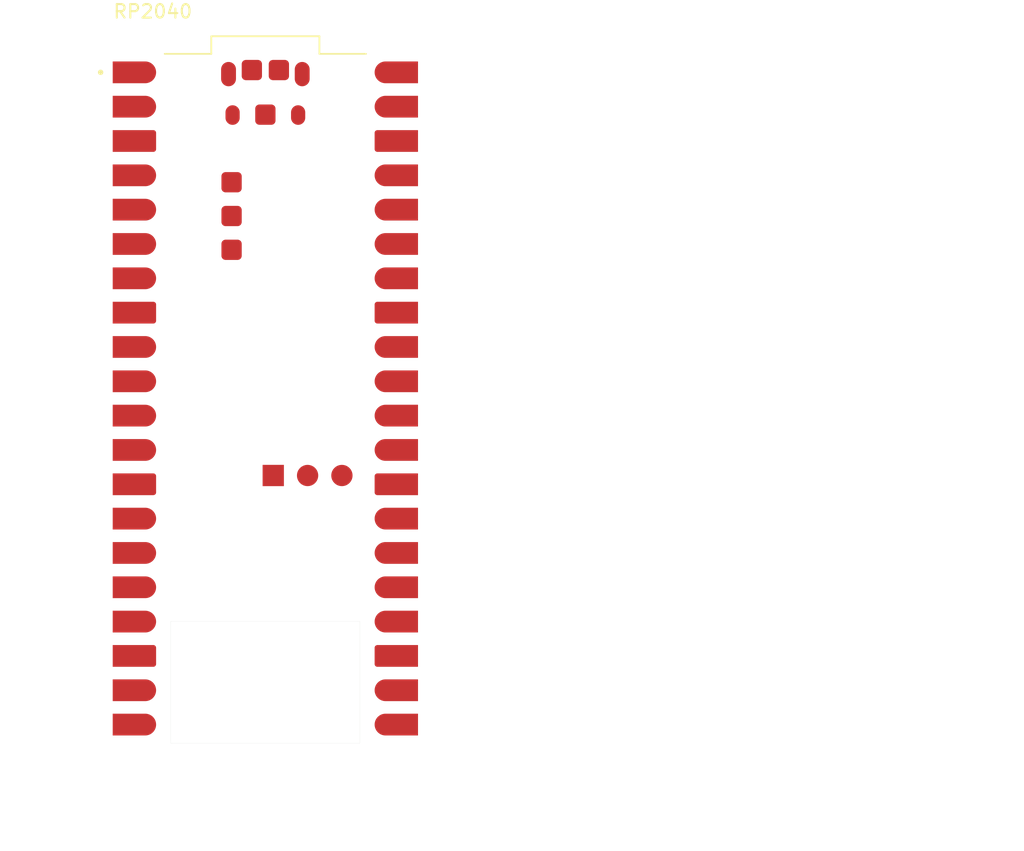
<source format=kicad_pcb>
(kicad_pcb (version 20211014) (generator pcbnew)
  (layers (0 "F.Cu" signal) (31 "B.Cu" signal) (34 "B.Paste" user) (35 "F.Paste" user) (36 "B.SilkS" user "B.Silkscreen") (37 "F.SilkS" user "F.Silkscreen") (38 "B.Mask" user) (39 "F.Mask" user) (44 "Edge.Cuts" user))
  (net 0 "")
  (net 3 "Net-(RP2040-Pad13)")
  (net 41 "Net-(RP2040-PadA)")
  (footprint "RaspberryPicoW:MODULE_RASPBERRY_PI_PICO_W" (layer "F.Cu") (at 130.36 69.86)
    (fp_text reference "RP2040" (at -8.325 -28.635) (layer "F.SilkS"))
    (fp_text value "RASPBERRY_PI_PICO_W")
    (fp_line (start 7 16.5) (end 7 25.5) (layer "Edge.Cuts") (width 0.01))
    (fp_line (start -7 25.5) (end -7 16.5) (layer "Edge.Cuts") (width 0.01))
    (fp_line (start -7 16.5) (end 7 16.5) (layer "Edge.Cuts") (width 0.01))
    (fp_line (start 7 25.5) (end -7 25.5) (layer "Edge.Cuts") (width 0.01))
    (pad "1" smd custom locked (at -9.69 -24.13) (size 1 1) (layers "F.Cu") (options (clearance outline) (anchor rect)) (primitives (gr_poly (pts (xy -1.6 0.8) (xy -1.6 -0.8) (xy 0.8 -0.8) (xy 0.842 -0.799) (xy 0.884 -0.796) (xy 0.925 -0.79) (xy 0.966 -0.783) (xy 1.007 -0.773) (xy 1.047 -0.761) (xy 1.087 -0.747) (xy 1.125 -0.731) (xy 1.163 -0.713) (xy 1.2 -0.693) (xy 1.236 -0.671) (xy 1.27 -0.647) (xy 1.303 -0.622) (xy 1.335 -0.595) (xy 1.366 -0.566) (xy 1.395 -0.535) (xy 1.422 -0.503) (xy 1.447 -0.47) (xy 1.471 -0.436) (xy 1.493 -0.4) (xy 1.513 -0.363) (xy 1.531 -0.325) (xy 1.547 -0.287) (xy 1.561 -0.247) (xy 1.573 -0.207) (xy 1.583 -0.166) (xy 1.59 -0.125) (xy 1.596 -0.084) (xy 1.599 -0.042) (xy 1.6 0) (xy 1.599 0.042) (xy 1.596 0.084) (xy 1.59 0.125) (xy 1.583 0.166) (xy 1.573 0.207) (xy 1.561 0.247) (xy 1.547 0.287) (xy 1.531 0.325) (xy 1.513 0.363) (xy 1.493 0.4) (xy 1.471 0.436) (xy 1.447 0.47) (xy 1.422 0.503) (xy 1.395 0.535) (xy 1.366 0.566) (xy 1.335 0.595) (xy 1.303 0.622) (xy 1.27 0.647) (xy 1.236 0.671) (xy 1.2 0.693) (xy 1.163 0.713) (xy 1.125 0.731) (xy 1.087 0.747) (xy 1.047 0.761) (xy 1.007 0.773) (xy 0.966 0.783) (xy 0.925 0.79) (xy 0.884 0.796) (xy 0.842 0.799) (xy 0.8 0.8) (xy -1.6 0.8)) (width 0.01) (fill yes))))
    (pad "2" smd custom locked (at -9.69 -21.59) (size 1 1) (layers "F.Cu") (options (clearance outline) (anchor rect)) (primitives (gr_poly (pts (xy -1.6 0.8) (xy -1.6 -0.8) (xy 0.8 -0.8) (xy 0.842 -0.799) (xy 0.884 -0.796) (xy 0.925 -0.79) (xy 0.966 -0.783) (xy 1.007 -0.773) (xy 1.047 -0.761) (xy 1.087 -0.747) (xy 1.125 -0.731) (xy 1.163 -0.713) (xy 1.2 -0.693) (xy 1.236 -0.671) (xy 1.27 -0.647) (xy 1.303 -0.622) (xy 1.335 -0.595) (xy 1.366 -0.566) (xy 1.395 -0.535) (xy 1.422 -0.503) (xy 1.447 -0.47) (xy 1.471 -0.436) (xy 1.493 -0.4) (xy 1.513 -0.363) (xy 1.531 -0.325) (xy 1.547 -0.287) (xy 1.561 -0.247) (xy 1.573 -0.207) (xy 1.583 -0.166) (xy 1.59 -0.125) (xy 1.596 -0.084) (xy 1.599 -0.042) (xy 1.6 0) (xy 1.599 0.042) (xy 1.596 0.084) (xy 1.59 0.125) (xy 1.583 0.166) (xy 1.573 0.207) (xy 1.561 0.247) (xy 1.547 0.287) (xy 1.531 0.325) (xy 1.513 0.363) (xy 1.493 0.4) (xy 1.471 0.436) (xy 1.447 0.47) (xy 1.422 0.503) (xy 1.395 0.535) (xy 1.366 0.566) (xy 1.335 0.595) (xy 1.303 0.622) (xy 1.27 0.647) (xy 1.236 0.671) (xy 1.2 0.693) (xy 1.163 0.713) (xy 1.125 0.731) (xy 1.087 0.747) (xy 1.047 0.761) (xy 1.007 0.773) (xy 0.966 0.783) (xy 0.925 0.79) (xy 0.884 0.796) (xy 0.842 0.799) (xy 0.8 0.8) (xy -1.6 0.8)) (width 0.01) (fill yes))))
    (pad "3" smd custom locked (at -9.69 -19.05) (size 1 1) (layers "F.Cu") (net 3 "Net-(RP2040-Pad13)") (options (clearance outline) (anchor rect)) (primitives (gr_poly (pts (xy -1.6 0.8) (xy -1.6 -0.8) (xy 1.4 -0.8) (xy 1.41 -0.8) (xy 1.421 -0.799) (xy 1.431 -0.798) (xy 1.442 -0.796) (xy 1.452 -0.793) (xy 1.462 -0.79) (xy 1.472 -0.787) (xy 1.481 -0.783) (xy 1.491 -0.778) (xy 1.5 -0.773) (xy 1.509 -0.768) (xy 1.518 -0.762) (xy 1.526 -0.755) (xy 1.534 -0.749) (xy 1.541 -0.741) (xy 1.549 -0.734) (xy 1.555 -0.726) (xy 1.562 -0.718) (xy 1.568 -0.709) (xy 1.573 -0.7) (xy 1.578 -0.691) (xy 1.583 -0.681) (xy 1.587 -0.672) (xy 1.59 -0.662) (xy 1.593 -0.652) (xy 1.596 -0.642) (xy 1.598 -0.631) (xy 1.599 -0.621) (xy 1.6 -0.61) (xy 1.6 -0.6) (xy 1.6 0.6) (xy 1.6 0.61) (xy 1.599 0.621) (xy 1.598 0.631) (xy 1.596 0.642) (xy 1.593 0.652) (xy 1.59 0.662) (xy 1.587 0.672) (xy 1.583 0.681) (xy 1.578 0.691) (xy 1.573 0.7) (xy 1.568 0.709) (xy 1.562 0.718) (xy 1.555 0.726) (xy 1.549 0.734) (xy 1.541 0.741) (xy 1.534 0.749) (xy 1.526 0.755) (xy 1.518 0.762) (xy 1.509 0.768) (xy 1.5 0.773) (xy 1.491 0.778) (xy 1.481 0.783) (xy 1.472 0.787) (xy 1.462 0.79) (xy 1.452 0.793) (xy 1.442 0.796) (xy 1.431 0.798) (xy 1.421 0.799) (xy 1.41 0.8) (xy 1.4 0.8) (xy -1.6 0.8)) (width 0.01) (fill yes))))
    (pad "4" smd custom locked (at -9.69 -16.51) (size 1 1) (layers "F.Cu") (options (clearance outline) (anchor rect)) (primitives (gr_poly (pts (xy -1.6 0.8) (xy -1.6 -0.8) (xy 0.8 -0.8) (xy 0.842 -0.799) (xy 0.884 -0.796) (xy 0.925 -0.79) (xy 0.966 -0.783) (xy 1.007 -0.773) (xy 1.047 -0.761) (xy 1.087 -0.747) (xy 1.125 -0.731) (xy 1.163 -0.713) (xy 1.2 -0.693) (xy 1.236 -0.671) (xy 1.27 -0.647) (xy 1.303 -0.622) (xy 1.335 -0.595) (xy 1.366 -0.566) (xy 1.395 -0.535) (xy 1.422 -0.503) (xy 1.447 -0.47) (xy 1.471 -0.436) (xy 1.493 -0.4) (xy 1.513 -0.363) (xy 1.531 -0.325) (xy 1.547 -0.287) (xy 1.561 -0.247) (xy 1.573 -0.207) (xy 1.583 -0.166) (xy 1.59 -0.125) (xy 1.596 -0.084) (xy 1.599 -0.042) (xy 1.6 0) (xy 1.599 0.042) (xy 1.596 0.084) (xy 1.59 0.125) (xy 1.583 0.166) (xy 1.573 0.207) (xy 1.561 0.247) (xy 1.547 0.287) (xy 1.531 0.325) (xy 1.513 0.363) (xy 1.493 0.4) (xy 1.471 0.436) (xy 1.447 0.47) (xy 1.422 0.503) (xy 1.395 0.535) (xy 1.366 0.566) (xy 1.335 0.595) (xy 1.303 0.622) (xy 1.27 0.647) (xy 1.236 0.671) (xy 1.2 0.693) (xy 1.163 0.713) (xy 1.125 0.731) (xy 1.087 0.747) (xy 1.047 0.761) (xy 1.007 0.773) (xy 0.966 0.783) (xy 0.925 0.79) (xy 0.884 0.796) (xy 0.842 0.799) (xy 0.8 0.8) (xy -1.6 0.8)) (width 0.01) (fill yes))))
    (pad "5" smd custom locked (at -9.69 -13.97) (size 1 1) (layers "F.Cu") (options (clearance outline) (anchor rect)) (primitives (gr_poly (pts (xy -1.6 0.8) (xy -1.6 -0.8) (xy 0.8 -0.8) (xy 0.842 -0.799) (xy 0.884 -0.796) (xy 0.925 -0.79) (xy 0.966 -0.783) (xy 1.007 -0.773) (xy 1.047 -0.761) (xy 1.087 -0.747) (xy 1.125 -0.731) (xy 1.163 -0.713) (xy 1.2 -0.693) (xy 1.236 -0.671) (xy 1.27 -0.647) (xy 1.303 -0.622) (xy 1.335 -0.595) (xy 1.366 -0.566) (xy 1.395 -0.535) (xy 1.422 -0.503) (xy 1.447 -0.47) (xy 1.471 -0.436) (xy 1.493 -0.4) (xy 1.513 -0.363) (xy 1.531 -0.325) (xy 1.547 -0.287) (xy 1.561 -0.247) (xy 1.573 -0.207) (xy 1.583 -0.166) (xy 1.59 -0.125) (xy 1.596 -0.084) (xy 1.599 -0.042) (xy 1.6 0) (xy 1.599 0.042) (xy 1.596 0.084) (xy 1.59 0.125) (xy 1.583 0.166) (xy 1.573 0.207) (xy 1.561 0.247) (xy 1.547 0.287) (xy 1.531 0.325) (xy 1.513 0.363) (xy 1.493 0.4) (xy 1.471 0.436) (xy 1.447 0.47) (xy 1.422 0.503) (xy 1.395 0.535) (xy 1.366 0.566) (xy 1.335 0.595) (xy 1.303 0.622) (xy 1.27 0.647) (xy 1.236 0.671) (xy 1.2 0.693) (xy 1.163 0.713) (xy 1.125 0.731) (xy 1.087 0.747) (xy 1.047 0.761) (xy 1.007 0.773) (xy 0.966 0.783) (xy 0.925 0.79) (xy 0.884 0.796) (xy 0.842 0.799) (xy 0.8 0.8) (xy -1.6 0.8)) (width 0.01) (fill yes))))
    (pad "6" smd custom locked (at -9.69 -11.43) (size 1 1) (layers "F.Cu") (options (clearance outline) (anchor rect)) (primitives (gr_poly (pts (xy -1.6 0.8) (xy -1.6 -0.8) (xy 0.8 -0.8) (xy 0.842 -0.799) (xy 0.884 -0.796) (xy 0.925 -0.79) (xy 0.966 -0.783) (xy 1.007 -0.773) (xy 1.047 -0.761) (xy 1.087 -0.747) (xy 1.125 -0.731) (xy 1.163 -0.713) (xy 1.2 -0.693) (xy 1.236 -0.671) (xy 1.27 -0.647) (xy 1.303 -0.622) (xy 1.335 -0.595) (xy 1.366 -0.566) (xy 1.395 -0.535) (xy 1.422 -0.503) (xy 1.447 -0.47) (xy 1.471 -0.436) (xy 1.493 -0.4) (xy 1.513 -0.363) (xy 1.531 -0.325) (xy 1.547 -0.287) (xy 1.561 -0.247) (xy 1.573 -0.207) (xy 1.583 -0.166) (xy 1.59 -0.125) (xy 1.596 -0.084) (xy 1.599 -0.042) (xy 1.6 0) (xy 1.599 0.042) (xy 1.596 0.084) (xy 1.59 0.125) (xy 1.583 0.166) (xy 1.573 0.207) (xy 1.561 0.247) (xy 1.547 0.287) (xy 1.531 0.325) (xy 1.513 0.363) (xy 1.493 0.4) (xy 1.471 0.436) (xy 1.447 0.47) (xy 1.422 0.503) (xy 1.395 0.535) (xy 1.366 0.566) (xy 1.335 0.595) (xy 1.303 0.622) (xy 1.27 0.647) (xy 1.236 0.671) (xy 1.2 0.693) (xy 1.163 0.713) (xy 1.125 0.731) (xy 1.087 0.747) (xy 1.047 0.761) (xy 1.007 0.773) (xy 0.966 0.783) (xy 0.925 0.79) (xy 0.884 0.796) (xy 0.842 0.799) (xy 0.8 0.8) (xy -1.6 0.8)) (width 0.01) (fill yes))))
    (pad "7" smd custom locked (at -9.69 -8.89) (size 1 1) (layers "F.Cu") (options (clearance outline) (anchor rect)) (primitives (gr_poly (pts (xy -1.6 0.8) (xy -1.6 -0.8) (xy 0.8 -0.8) (xy 0.842 -0.799) (xy 0.884 -0.796) (xy 0.925 -0.79) (xy 0.966 -0.783) (xy 1.007 -0.773) (xy 1.047 -0.761) (xy 1.087 -0.747) (xy 1.125 -0.731) (xy 1.163 -0.713) (xy 1.2 -0.693) (xy 1.236 -0.671) (xy 1.27 -0.647) (xy 1.303 -0.622) (xy 1.335 -0.595) (xy 1.366 -0.566) (xy 1.395 -0.535) (xy 1.422 -0.503) (xy 1.447 -0.47) (xy 1.471 -0.436) (xy 1.493 -0.4) (xy 1.513 -0.363) (xy 1.531 -0.325) (xy 1.547 -0.287) (xy 1.561 -0.247) (xy 1.573 -0.207) (xy 1.583 -0.166) (xy 1.59 -0.125) (xy 1.596 -0.084) (xy 1.599 -0.042) (xy 1.6 0) (xy 1.599 0.042) (xy 1.596 0.084) (xy 1.59 0.125) (xy 1.583 0.166) (xy 1.573 0.207) (xy 1.561 0.247) (xy 1.547 0.287) (xy 1.531 0.325) (xy 1.513 0.363) (xy 1.493 0.4) (xy 1.471 0.436) (xy 1.447 0.47) (xy 1.422 0.503) (xy 1.395 0.535) (xy 1.366 0.566) (xy 1.335 0.595) (xy 1.303 0.622) (xy 1.27 0.647) (xy 1.236 0.671) (xy 1.2 0.693) (xy 1.163 0.713) (xy 1.125 0.731) (xy 1.087 0.747) (xy 1.047 0.761) (xy 1.007 0.773) (xy 0.966 0.783) (xy 0.925 0.79) (xy 0.884 0.796) (xy 0.842 0.799) (xy 0.8 0.8) (xy -1.6 0.8)) (width 0.01) (fill yes))))
    (pad "8" smd custom locked (at -9.69 -6.35) (size 1 1) (layers "F.Cu") (net 3 "Net-(RP2040-Pad13)") (options (clearance outline) (anchor rect)) (primitives (gr_poly (pts (xy -1.6 0.8) (xy -1.6 -0.8) (xy 1.4 -0.8) (xy 1.41 -0.8) (xy 1.421 -0.799) (xy 1.431 -0.798) (xy 1.442 -0.796) (xy 1.452 -0.793) (xy 1.462 -0.79) (xy 1.472 -0.787) (xy 1.481 -0.783) (xy 1.491 -0.778) (xy 1.5 -0.773) (xy 1.509 -0.768) (xy 1.518 -0.762) (xy 1.526 -0.755) (xy 1.534 -0.749) (xy 1.541 -0.741) (xy 1.549 -0.734) (xy 1.555 -0.726) (xy 1.562 -0.718) (xy 1.568 -0.709) (xy 1.573 -0.7) (xy 1.578 -0.691) (xy 1.583 -0.681) (xy 1.587 -0.672) (xy 1.59 -0.662) (xy 1.593 -0.652) (xy 1.596 -0.642) (xy 1.598 -0.631) (xy 1.599 -0.621) (xy 1.6 -0.61) (xy 1.6 -0.6) (xy 1.6 0.6) (xy 1.6 0.61) (xy 1.599 0.621) (xy 1.598 0.631) (xy 1.596 0.642) (xy 1.593 0.652) (xy 1.59 0.662) (xy 1.587 0.672) (xy 1.583 0.681) (xy 1.578 0.691) (xy 1.573 0.7) (xy 1.568 0.709) (xy 1.562 0.718) (xy 1.555 0.726) (xy 1.549 0.734) (xy 1.541 0.741) (xy 1.534 0.749) (xy 1.526 0.755) (xy 1.518 0.762) (xy 1.509 0.768) (xy 1.5 0.773) (xy 1.491 0.778) (xy 1.481 0.783) (xy 1.472 0.787) (xy 1.462 0.79) (xy 1.452 0.793) (xy 1.442 0.796) (xy 1.431 0.798) (xy 1.421 0.799) (xy 1.41 0.8) (xy 1.4 0.8) (xy -1.6 0.8)) (width 0.01) (fill yes))))
    (pad "9" smd custom locked (at -9.69 -3.81) (size 1 1) (layers "F.Cu") (options (clearance outline) (anchor rect)) (primitives (gr_poly (pts (xy -1.6 0.8) (xy -1.6 -0.8) (xy 0.8 -0.8) (xy 0.842 -0.799) (xy 0.884 -0.796) (xy 0.925 -0.79) (xy 0.966 -0.783) (xy 1.007 -0.773) (xy 1.047 -0.761) (xy 1.087 -0.747) (xy 1.125 -0.731) (xy 1.163 -0.713) (xy 1.2 -0.693) (xy 1.236 -0.671) (xy 1.27 -0.647) (xy 1.303 -0.622) (xy 1.335 -0.595) (xy 1.366 -0.566) (xy 1.395 -0.535) (xy 1.422 -0.503) (xy 1.447 -0.47) (xy 1.471 -0.436) (xy 1.493 -0.4) (xy 1.513 -0.363) (xy 1.531 -0.325) (xy 1.547 -0.287) (xy 1.561 -0.247) (xy 1.573 -0.207) (xy 1.583 -0.166) (xy 1.59 -0.125) (xy 1.596 -0.084) (xy 1.599 -0.042) (xy 1.6 0) (xy 1.599 0.042) (xy 1.596 0.084) (xy 1.59 0.125) (xy 1.583 0.166) (xy 1.573 0.207) (xy 1.561 0.247) (xy 1.547 0.287) (xy 1.531 0.325) (xy 1.513 0.363) (xy 1.493 0.4) (xy 1.471 0.436) (xy 1.447 0.47) (xy 1.422 0.503) (xy 1.395 0.535) (xy 1.366 0.566) (xy 1.335 0.595) (xy 1.303 0.622) (xy 1.27 0.647) (xy 1.236 0.671) (xy 1.2 0.693) (xy 1.163 0.713) (xy 1.125 0.731) (xy 1.087 0.747) (xy 1.047 0.761) (xy 1.007 0.773) (xy 0.966 0.783) (xy 0.925 0.79) (xy 0.884 0.796) (xy 0.842 0.799) (xy 0.8 0.8) (xy -1.6 0.8)) (width 0.01) (fill yes))))
    (pad "10" smd custom locked (at -9.69 -1.27) (size 1 1) (layers "F.Cu") (options (clearance outline) (anchor rect)) (primitives (gr_poly (pts (xy -1.6 0.8) (xy -1.6 -0.8) (xy 0.8 -0.8) (xy 0.842 -0.799) (xy 0.884 -0.796) (xy 0.925 -0.79) (xy 0.966 -0.783) (xy 1.007 -0.773) (xy 1.047 -0.761) (xy 1.087 -0.747) (xy 1.125 -0.731) (xy 1.163 -0.713) (xy 1.2 -0.693) (xy 1.236 -0.671) (xy 1.27 -0.647) (xy 1.303 -0.622) (xy 1.335 -0.595) (xy 1.366 -0.566) (xy 1.395 -0.535) (xy 1.422 -0.503) (xy 1.447 -0.47) (xy 1.471 -0.436) (xy 1.493 -0.4) (xy 1.513 -0.363) (xy 1.531 -0.325) (xy 1.547 -0.287) (xy 1.561 -0.247) (xy 1.573 -0.207) (xy 1.583 -0.166) (xy 1.59 -0.125) (xy 1.596 -0.084) (xy 1.599 -0.042) (xy 1.6 0) (xy 1.599 0.042) (xy 1.596 0.084) (xy 1.59 0.125) (xy 1.583 0.166) (xy 1.573 0.207) (xy 1.561 0.247) (xy 1.547 0.287) (xy 1.531 0.325) (xy 1.513 0.363) (xy 1.493 0.4) (xy 1.471 0.436) (xy 1.447 0.47) (xy 1.422 0.503) (xy 1.395 0.535) (xy 1.366 0.566) (xy 1.335 0.595) (xy 1.303 0.622) (xy 1.27 0.647) (xy 1.236 0.671) (xy 1.2 0.693) (xy 1.163 0.713) (xy 1.125 0.731) (xy 1.087 0.747) (xy 1.047 0.761) (xy 1.007 0.773) (xy 0.966 0.783) (xy 0.925 0.79) (xy 0.884 0.796) (xy 0.842 0.799) (xy 0.8 0.8) (xy -1.6 0.8)) (width 0.01) (fill yes))))
    (pad "11" smd custom locked (at -9.69 1.27) (size 1 1) (layers "F.Cu") (options (clearance outline) (anchor rect)) (primitives (gr_poly (pts (xy -1.6 0.8) (xy -1.6 -0.8) (xy 0.8 -0.8) (xy 0.842 -0.799) (xy 0.884 -0.796) (xy 0.925 -0.79) (xy 0.966 -0.783) (xy 1.007 -0.773) (xy 1.047 -0.761) (xy 1.087 -0.747) (xy 1.125 -0.731) (xy 1.163 -0.713) (xy 1.2 -0.693) (xy 1.236 -0.671) (xy 1.27 -0.647) (xy 1.303 -0.622) (xy 1.335 -0.595) (xy 1.366 -0.566) (xy 1.395 -0.535) (xy 1.422 -0.503) (xy 1.447 -0.47) (xy 1.471 -0.436) (xy 1.493 -0.4) (xy 1.513 -0.363) (xy 1.531 -0.325) (xy 1.547 -0.287) (xy 1.561 -0.247) (xy 1.573 -0.207) (xy 1.583 -0.166) (xy 1.59 -0.125) (xy 1.596 -0.084) (xy 1.599 -0.042) (xy 1.6 0) (xy 1.599 0.042) (xy 1.596 0.084) (xy 1.59 0.125) (xy 1.583 0.166) (xy 1.573 0.207) (xy 1.561 0.247) (xy 1.547 0.287) (xy 1.531 0.325) (xy 1.513 0.363) (xy 1.493 0.4) (xy 1.471 0.436) (xy 1.447 0.47) (xy 1.422 0.503) (xy 1.395 0.535) (xy 1.366 0.566) (xy 1.335 0.595) (xy 1.303 0.622) (xy 1.27 0.647) (xy 1.236 0.671) (xy 1.2 0.693) (xy 1.163 0.713) (xy 1.125 0.731) (xy 1.087 0.747) (xy 1.047 0.761) (xy 1.007 0.773) (xy 0.966 0.783) (xy 0.925 0.79) (xy 0.884 0.796) (xy 0.842 0.799) (xy 0.8 0.8) (xy -1.6 0.8)) (width 0.01) (fill yes))))
    (pad "12" smd custom locked (at -9.69 3.81) (size 1 1) (layers "F.Cu") (options (clearance outline) (anchor rect)) (primitives (gr_poly (pts (xy -1.6 0.8) (xy -1.6 -0.8) (xy 0.8 -0.8) (xy 0.842 -0.799) (xy 0.884 -0.796) (xy 0.925 -0.79) (xy 0.966 -0.783) (xy 1.007 -0.773) (xy 1.047 -0.761) (xy 1.087 -0.747) (xy 1.125 -0.731) (xy 1.163 -0.713) (xy 1.2 -0.693) (xy 1.236 -0.671) (xy 1.27 -0.647) (xy 1.303 -0.622) (xy 1.335 -0.595) (xy 1.366 -0.566) (xy 1.395 -0.535) (xy 1.422 -0.503) (xy 1.447 -0.47) (xy 1.471 -0.436) (xy 1.493 -0.4) (xy 1.513 -0.363) (xy 1.531 -0.325) (xy 1.547 -0.287) (xy 1.561 -0.247) (xy 1.573 -0.207) (xy 1.583 -0.166) (xy 1.59 -0.125) (xy 1.596 -0.084) (xy 1.599 -0.042) (xy 1.6 0) (xy 1.599 0.042) (xy 1.596 0.084) (xy 1.59 0.125) (xy 1.583 0.166) (xy 1.573 0.207) (xy 1.561 0.247) (xy 1.547 0.287) (xy 1.531 0.325) (xy 1.513 0.363) (xy 1.493 0.4) (xy 1.471 0.436) (xy 1.447 0.47) (xy 1.422 0.503) (xy 1.395 0.535) (xy 1.366 0.566) (xy 1.335 0.595) (xy 1.303 0.622) (xy 1.27 0.647) (xy 1.236 0.671) (xy 1.2 0.693) (xy 1.163 0.713) (xy 1.125 0.731) (xy 1.087 0.747) (xy 1.047 0.761) (xy 1.007 0.773) (xy 0.966 0.783) (xy 0.925 0.79) (xy 0.884 0.796) (xy 0.842 0.799) (xy 0.8 0.8) (xy -1.6 0.8)) (width 0.01) (fill yes))))
    (pad "13" smd custom locked (at -9.69 6.35) (size 1 1) (layers "F.Cu") (net 3 "Net-(RP2040-Pad13)") (options (clearance outline) (anchor rect)) (primitives (gr_poly (pts (xy -1.6 0.8) (xy -1.6 -0.8) (xy 1.4 -0.8) (xy 1.41 -0.8) (xy 1.421 -0.799) (xy 1.431 -0.798) (xy 1.442 -0.796) (xy 1.452 -0.793) (xy 1.462 -0.79) (xy 1.472 -0.787) (xy 1.481 -0.783) (xy 1.491 -0.778) (xy 1.5 -0.773) (xy 1.509 -0.768) (xy 1.518 -0.762) (xy 1.526 -0.755) (xy 1.534 -0.749) (xy 1.541 -0.741) (xy 1.549 -0.734) (xy 1.555 -0.726) (xy 1.562 -0.718) (xy 1.568 -0.709) (xy 1.573 -0.7) (xy 1.578 -0.691) (xy 1.583 -0.681) (xy 1.587 -0.672) (xy 1.59 -0.662) (xy 1.593 -0.652) (xy 1.596 -0.642) (xy 1.598 -0.631) (xy 1.599 -0.621) (xy 1.6 -0.61) (xy 1.6 -0.6) (xy 1.6 0.6) (xy 1.6 0.61) (xy 1.599 0.621) (xy 1.598 0.631) (xy 1.596 0.642) (xy 1.593 0.652) (xy 1.59 0.662) (xy 1.587 0.672) (xy 1.583 0.681) (xy 1.578 0.691) (xy 1.573 0.7) (xy 1.568 0.709) (xy 1.562 0.718) (xy 1.555 0.726) (xy 1.549 0.734) (xy 1.541 0.741) (xy 1.534 0.749) (xy 1.526 0.755) (xy 1.518 0.762) (xy 1.509 0.768) (xy 1.5 0.773) (xy 1.491 0.778) (xy 1.481 0.783) (xy 1.472 0.787) (xy 1.462 0.79) (xy 1.452 0.793) (xy 1.442 0.796) (xy 1.431 0.798) (xy 1.421 0.799) (xy 1.41 0.8) (xy 1.4 0.8) (xy -1.6 0.8)) (width 0.01) (fill yes))))
    (pad "14" smd custom locked (at -9.69 8.89) (size 1 1) (layers "F.Cu") (options (clearance outline) (anchor rect)) (primitives (gr_poly (pts (xy -1.6 0.8) (xy -1.6 -0.8) (xy 0.8 -0.8) (xy 0.842 -0.799) (xy 0.884 -0.796) (xy 0.925 -0.79) (xy 0.966 -0.783) (xy 1.007 -0.773) (xy 1.047 -0.761) (xy 1.087 -0.747) (xy 1.125 -0.731) (xy 1.163 -0.713) (xy 1.2 -0.693) (xy 1.236 -0.671) (xy 1.27 -0.647) (xy 1.303 -0.622) (xy 1.335 -0.595) (xy 1.366 -0.566) (xy 1.395 -0.535) (xy 1.422 -0.503) (xy 1.447 -0.47) (xy 1.471 -0.436) (xy 1.493 -0.4) (xy 1.513 -0.363) (xy 1.531 -0.325) (xy 1.547 -0.287) (xy 1.561 -0.247) (xy 1.573 -0.207) (xy 1.583 -0.166) (xy 1.59 -0.125) (xy 1.596 -0.084) (xy 1.599 -0.042) (xy 1.6 0) (xy 1.599 0.042) (xy 1.596 0.084) (xy 1.59 0.125) (xy 1.583 0.166) (xy 1.573 0.207) (xy 1.561 0.247) (xy 1.547 0.287) (xy 1.531 0.325) (xy 1.513 0.363) (xy 1.493 0.4) (xy 1.471 0.436) (xy 1.447 0.47) (xy 1.422 0.503) (xy 1.395 0.535) (xy 1.366 0.566) (xy 1.335 0.595) (xy 1.303 0.622) (xy 1.27 0.647) (xy 1.236 0.671) (xy 1.2 0.693) (xy 1.163 0.713) (xy 1.125 0.731) (xy 1.087 0.747) (xy 1.047 0.761) (xy 1.007 0.773) (xy 0.966 0.783) (xy 0.925 0.79) (xy 0.884 0.796) (xy 0.842 0.799) (xy 0.8 0.8) (xy -1.6 0.8)) (width 0.01) (fill yes))))
    (pad "15" smd custom locked (at -9.69 11.43) (size 1 1) (layers "F.Cu") (options (clearance outline) (anchor rect)) (primitives (gr_poly (pts (xy -1.6 0.8) (xy -1.6 -0.8) (xy 0.8 -0.8) (xy 0.842 -0.799) (xy 0.884 -0.796) (xy 0.925 -0.79) (xy 0.966 -0.783) (xy 1.007 -0.773) (xy 1.047 -0.761) (xy 1.087 -0.747) (xy 1.125 -0.731) (xy 1.163 -0.713) (xy 1.2 -0.693) (xy 1.236 -0.671) (xy 1.27 -0.647) (xy 1.303 -0.622) (xy 1.335 -0.595) (xy 1.366 -0.566) (xy 1.395 -0.535) (xy 1.422 -0.503) (xy 1.447 -0.47) (xy 1.471 -0.436) (xy 1.493 -0.4) (xy 1.513 -0.363) (xy 1.531 -0.325) (xy 1.547 -0.287) (xy 1.561 -0.247) (xy 1.573 -0.207) (xy 1.583 -0.166) (xy 1.59 -0.125) (xy 1.596 -0.084) (xy 1.599 -0.042) (xy 1.6 0) (xy 1.599 0.042) (xy 1.596 0.084) (xy 1.59 0.125) (xy 1.583 0.166) (xy 1.573 0.207) (xy 1.561 0.247) (xy 1.547 0.287) (xy 1.531 0.325) (xy 1.513 0.363) (xy 1.493 0.4) (xy 1.471 0.436) (xy 1.447 0.47) (xy 1.422 0.503) (xy 1.395 0.535) (xy 1.366 0.566) (xy 1.335 0.595) (xy 1.303 0.622) (xy 1.27 0.647) (xy 1.236 0.671) (xy 1.2 0.693) (xy 1.163 0.713) (xy 1.125 0.731) (xy 1.087 0.747) (xy 1.047 0.761) (xy 1.007 0.773) (xy 0.966 0.783) (xy 0.925 0.79) (xy 0.884 0.796) (xy 0.842 0.799) (xy 0.8 0.8) (xy -1.6 0.8)) (width 0.01) (fill yes))))
    (pad "16" smd custom locked (at -9.69 13.97) (size 1 1) (layers "F.Cu") (options (clearance outline) (anchor rect)) (primitives (gr_poly (pts (xy -1.6 0.8) (xy -1.6 -0.8) (xy 0.8 -0.8) (xy 0.842 -0.799) (xy 0.884 -0.796) (xy 0.925 -0.79) (xy 0.966 -0.783) (xy 1.007 -0.773) (xy 1.047 -0.761) (xy 1.087 -0.747) (xy 1.125 -0.731) (xy 1.163 -0.713) (xy 1.2 -0.693) (xy 1.236 -0.671) (xy 1.27 -0.647) (xy 1.303 -0.622) (xy 1.335 -0.595) (xy 1.366 -0.566) (xy 1.395 -0.535) (xy 1.422 -0.503) (xy 1.447 -0.47) (xy 1.471 -0.436) (xy 1.493 -0.4) (xy 1.513 -0.363) (xy 1.531 -0.325) (xy 1.547 -0.287) (xy 1.561 -0.247) (xy 1.573 -0.207) (xy 1.583 -0.166) (xy 1.59 -0.125) (xy 1.596 -0.084) (xy 1.599 -0.042) (xy 1.6 0) (xy 1.599 0.042) (xy 1.596 0.084) (xy 1.59 0.125) (xy 1.583 0.166) (xy 1.573 0.207) (xy 1.561 0.247) (xy 1.547 0.287) (xy 1.531 0.325) (xy 1.513 0.363) (xy 1.493 0.4) (xy 1.471 0.436) (xy 1.447 0.47) (xy 1.422 0.503) (xy 1.395 0.535) (xy 1.366 0.566) (xy 1.335 0.595) (xy 1.303 0.622) (xy 1.27 0.647) (xy 1.236 0.671) (xy 1.2 0.693) (xy 1.163 0.713) (xy 1.125 0.731) (xy 1.087 0.747) (xy 1.047 0.761) (xy 1.007 0.773) (xy 0.966 0.783) (xy 0.925 0.79) (xy 0.884 0.796) (xy 0.842 0.799) (xy 0.8 0.8) (xy -1.6 0.8)) (width 0.01) (fill yes))))
    (pad "17" smd custom locked (at -9.69 16.51) (size 1 1) (layers "F.Cu") (options (clearance outline) (anchor rect)) (primitives (gr_poly (pts (xy -1.6 0.8) (xy -1.6 -0.8) (xy 0.8 -0.8) (xy 0.842 -0.799) (xy 0.884 -0.796) (xy 0.925 -0.79) (xy 0.966 -0.783) (xy 1.007 -0.773) (xy 1.047 -0.761) (xy 1.087 -0.747) (xy 1.125 -0.731) (xy 1.163 -0.713) (xy 1.2 -0.693) (xy 1.236 -0.671) (xy 1.27 -0.647) (xy 1.303 -0.622) (xy 1.335 -0.595) (xy 1.366 -0.566) (xy 1.395 -0.535) (xy 1.422 -0.503) (xy 1.447 -0.47) (xy 1.471 -0.436) (xy 1.493 -0.4) (xy 1.513 -0.363) (xy 1.531 -0.325) (xy 1.547 -0.287) (xy 1.561 -0.247) (xy 1.573 -0.207) (xy 1.583 -0.166) (xy 1.59 -0.125) (xy 1.596 -0.084) (xy 1.599 -0.042) (xy 1.6 0) (xy 1.599 0.042) (xy 1.596 0.084) (xy 1.59 0.125) (xy 1.583 0.166) (xy 1.573 0.207) (xy 1.561 0.247) (xy 1.547 0.287) (xy 1.531 0.325) (xy 1.513 0.363) (xy 1.493 0.4) (xy 1.471 0.436) (xy 1.447 0.47) (xy 1.422 0.503) (xy 1.395 0.535) (xy 1.366 0.566) (xy 1.335 0.595) (xy 1.303 0.622) (xy 1.27 0.647) (xy 1.236 0.671) (xy 1.2 0.693) (xy 1.163 0.713) (xy 1.125 0.731) (xy 1.087 0.747) (xy 1.047 0.761) (xy 1.007 0.773) (xy 0.966 0.783) (xy 0.925 0.79) (xy 0.884 0.796) (xy 0.842 0.799) (xy 0.8 0.8) (xy -1.6 0.8)) (width 0.01) (fill yes))))
    (pad "18" smd custom locked (at -9.69 19.05) (size 1 1) (layers "F.Cu") (net 3 "Net-(RP2040-Pad13)") (options (clearance outline) (anchor rect)) (primitives (gr_poly (pts (xy -1.6 0.8) (xy -1.6 -0.8) (xy 1.4 -0.8) (xy 1.41 -0.8) (xy 1.421 -0.799) (xy 1.431 -0.798) (xy 1.442 -0.796) (xy 1.452 -0.793) (xy 1.462 -0.79) (xy 1.472 -0.787) (xy 1.481 -0.783) (xy 1.491 -0.778) (xy 1.5 -0.773) (xy 1.509 -0.768) (xy 1.518 -0.762) (xy 1.526 -0.755) (xy 1.534 -0.749) (xy 1.541 -0.741) (xy 1.549 -0.734) (xy 1.555 -0.726) (xy 1.562 -0.718) (xy 1.568 -0.709) (xy 1.573 -0.7) (xy 1.578 -0.691) (xy 1.583 -0.681) (xy 1.587 -0.672) (xy 1.59 -0.662) (xy 1.593 -0.652) (xy 1.596 -0.642) (xy 1.598 -0.631) (xy 1.599 -0.621) (xy 1.6 -0.61) (xy 1.6 -0.6) (xy 1.6 0.6) (xy 1.6 0.61) (xy 1.599 0.621) (xy 1.598 0.631) (xy 1.596 0.642) (xy 1.593 0.652) (xy 1.59 0.662) (xy 1.587 0.672) (xy 1.583 0.681) (xy 1.578 0.691) (xy 1.573 0.7) (xy 1.568 0.709) (xy 1.562 0.718) (xy 1.555 0.726) (xy 1.549 0.734) (xy 1.541 0.741) (xy 1.534 0.749) (xy 1.526 0.755) (xy 1.518 0.762) (xy 1.509 0.768) (xy 1.5 0.773) (xy 1.491 0.778) (xy 1.481 0.783) (xy 1.472 0.787) (xy 1.462 0.79) (xy 1.452 0.793) (xy 1.442 0.796) (xy 1.431 0.798) (xy 1.421 0.799) (xy 1.41 0.8) (xy 1.4 0.8) (xy -1.6 0.8)) (width 0.01) (fill yes))))
    (pad "19" smd custom locked (at -9.69 21.59) (size 1 1) (layers "F.Cu") (options (clearance outline) (anchor rect)) (primitives (gr_poly (pts (xy -1.6 0.8) (xy -1.6 -0.8) (xy 0.8 -0.8) (xy 0.842 -0.799) (xy 0.884 -0.796) (xy 0.925 -0.79) (xy 0.966 -0.783) (xy 1.007 -0.773) (xy 1.047 -0.761) (xy 1.087 -0.747) (xy 1.125 -0.731) (xy 1.163 -0.713) (xy 1.2 -0.693) (xy 1.236 -0.671) (xy 1.27 -0.647) (xy 1.303 -0.622) (xy 1.335 -0.595) (xy 1.366 -0.566) (xy 1.395 -0.535) (xy 1.422 -0.503) (xy 1.447 -0.47) (xy 1.471 -0.436) (xy 1.493 -0.4) (xy 1.513 -0.363) (xy 1.531 -0.325) (xy 1.547 -0.287) (xy 1.561 -0.247) (xy 1.573 -0.207) (xy 1.583 -0.166) (xy 1.59 -0.125) (xy 1.596 -0.084) (xy 1.599 -0.042) (xy 1.6 0) (xy 1.599 0.042) (xy 1.596 0.084) (xy 1.59 0.125) (xy 1.583 0.166) (xy 1.573 0.207) (xy 1.561 0.247) (xy 1.547 0.287) (xy 1.531 0.325) (xy 1.513 0.363) (xy 1.493 0.4) (xy 1.471 0.436) (xy 1.447 0.47) (xy 1.422 0.503) (xy 1.395 0.535) (xy 1.366 0.566) (xy 1.335 0.595) (xy 1.303 0.622) (xy 1.27 0.647) (xy 1.236 0.671) (xy 1.2 0.693) (xy 1.163 0.713) (xy 1.125 0.731) (xy 1.087 0.747) (xy 1.047 0.761) (xy 1.007 0.773) (xy 0.966 0.783) (xy 0.925 0.79) (xy 0.884 0.796) (xy 0.842 0.799) (xy 0.8 0.8) (xy -1.6 0.8)) (width 0.01) (fill yes))))
    (pad "20" smd custom locked (at -9.69 24.13) (size 1 1) (layers "F.Cu") (options (clearance outline) (anchor rect)) (primitives (gr_poly (pts (xy -1.6 0.8) (xy -1.6 -0.8) (xy 0.8 -0.8) (xy 0.842 -0.799) (xy 0.884 -0.796) (xy 0.925 -0.79) (xy 0.966 -0.783) (xy 1.007 -0.773) (xy 1.047 -0.761) (xy 1.087 -0.747) (xy 1.125 -0.731) (xy 1.163 -0.713) (xy 1.2 -0.693) (xy 1.236 -0.671) (xy 1.27 -0.647) (xy 1.303 -0.622) (xy 1.335 -0.595) (xy 1.366 -0.566) (xy 1.395 -0.535) (xy 1.422 -0.503) (xy 1.447 -0.47) (xy 1.471 -0.436) (xy 1.493 -0.4) (xy 1.513 -0.363) (xy 1.531 -0.325) (xy 1.547 -0.287) (xy 1.561 -0.247) (xy 1.573 -0.207) (xy 1.583 -0.166) (xy 1.59 -0.125) (xy 1.596 -0.084) (xy 1.599 -0.042) (xy 1.6 0) (xy 1.599 0.042) (xy 1.596 0.084) (xy 1.59 0.125) (xy 1.583 0.166) (xy 1.573 0.207) (xy 1.561 0.247) (xy 1.547 0.287) (xy 1.531 0.325) (xy 1.513 0.363) (xy 1.493 0.4) (xy 1.471 0.436) (xy 1.447 0.47) (xy 1.422 0.503) (xy 1.395 0.535) (xy 1.366 0.566) (xy 1.335 0.595) (xy 1.303 0.622) (xy 1.27 0.647) (xy 1.236 0.671) (xy 1.2 0.693) (xy 1.163 0.713) (xy 1.125 0.731) (xy 1.087 0.747) (xy 1.047 0.761) (xy 1.007 0.773) (xy 0.966 0.783) (xy 0.925 0.79) (xy 0.884 0.796) (xy 0.842 0.799) (xy 0.8 0.8) (xy -1.6 0.8)) (width 0.01) (fill yes))))
    (pad "21" smd custom locked (at 9.69 24.13) (size 1 1) (layers "F.Cu") (options (clearance outline) (anchor rect)) (primitives (gr_poly (pts (xy 1.6 0.8) (xy 1.6 -0.8) (xy -0.8 -0.8) (xy -0.842 -0.799) (xy -0.884 -0.796) (xy -0.925 -0.79) (xy -0.966 -0.783) (xy -1.007 -0.773) (xy -1.047 -0.761) (xy -1.087 -0.747) (xy -1.125 -0.731) (xy -1.163 -0.713) (xy -1.2 -0.693) (xy -1.236 -0.671) (xy -1.27 -0.647) (xy -1.303 -0.622) (xy -1.335 -0.595) (xy -1.366 -0.566) (xy -1.395 -0.535) (xy -1.422 -0.503) (xy -1.447 -0.47) (xy -1.471 -0.436) (xy -1.493 -0.4) (xy -1.513 -0.363) (xy -1.531 -0.325) (xy -1.547 -0.287) (xy -1.561 -0.247) (xy -1.573 -0.207) (xy -1.583 -0.166) (xy -1.59 -0.125) (xy -1.596 -0.084) (xy -1.599 -0.042) (xy -1.6 0) (xy -1.599 0.042) (xy -1.596 0.084) (xy -1.59 0.125) (xy -1.583 0.166) (xy -1.573 0.207) (xy -1.561 0.247) (xy -1.547 0.287) (xy -1.531 0.325) (xy -1.513 0.363) (xy -1.493 0.4) (xy -1.471 0.436) (xy -1.447 0.47) (xy -1.422 0.503) (xy -1.395 0.535) (xy -1.366 0.566) (xy -1.335 0.595) (xy -1.303 0.622) (xy -1.27 0.647) (xy -1.236 0.671) (xy -1.2 0.693) (xy -1.163 0.713) (xy -1.125 0.731) (xy -1.087 0.747) (xy -1.047 0.761) (xy -1.007 0.773) (xy -0.966 0.783) (xy -0.925 0.79) (xy -0.884 0.796) (xy -0.842 0.799) (xy -0.8 0.8) (xy 1.6 0.8)) (width 0.01) (fill yes))))
    (pad "22" smd custom locked (at 9.69 21.59) (size 1 1) (layers "F.Cu") (options (clearance outline) (anchor rect)) (primitives (gr_poly (pts (xy 1.6 0.8) (xy 1.6 -0.8) (xy -0.8 -0.8) (xy -0.842 -0.799) (xy -0.884 -0.796) (xy -0.925 -0.79) (xy -0.966 -0.783) (xy -1.007 -0.773) (xy -1.047 -0.761) (xy -1.087 -0.747) (xy -1.125 -0.731) (xy -1.163 -0.713) (xy -1.2 -0.693) (xy -1.236 -0.671) (xy -1.27 -0.647) (xy -1.303 -0.622) (xy -1.335 -0.595) (xy -1.366 -0.566) (xy -1.395 -0.535) (xy -1.422 -0.503) (xy -1.447 -0.47) (xy -1.471 -0.436) (xy -1.493 -0.4) (xy -1.513 -0.363) (xy -1.531 -0.325) (xy -1.547 -0.287) (xy -1.561 -0.247) (xy -1.573 -0.207) (xy -1.583 -0.166) (xy -1.59 -0.125) (xy -1.596 -0.084) (xy -1.599 -0.042) (xy -1.6 0) (xy -1.599 0.042) (xy -1.596 0.084) (xy -1.59 0.125) (xy -1.583 0.166) (xy -1.573 0.207) (xy -1.561 0.247) (xy -1.547 0.287) (xy -1.531 0.325) (xy -1.513 0.363) (xy -1.493 0.4) (xy -1.471 0.436) (xy -1.447 0.47) (xy -1.422 0.503) (xy -1.395 0.535) (xy -1.366 0.566) (xy -1.335 0.595) (xy -1.303 0.622) (xy -1.27 0.647) (xy -1.236 0.671) (xy -1.2 0.693) (xy -1.163 0.713) (xy -1.125 0.731) (xy -1.087 0.747) (xy -1.047 0.761) (xy -1.007 0.773) (xy -0.966 0.783) (xy -0.925 0.79) (xy -0.884 0.796) (xy -0.842 0.799) (xy -0.8 0.8) (xy 1.6 0.8)) (width 0.01) (fill yes))))
    (pad "23" smd custom locked (at 9.69 19.05) (size 1 1) (layers "F.Cu") (net 3 "Net-(RP2040-Pad13)") (options (clearance outline) (anchor rect)) (primitives (gr_poly (pts (xy 1.6 0.8) (xy 1.6 -0.8) (xy -1.4 -0.8) (xy -1.41 -0.8) (xy -1.421 -0.799) (xy -1.431 -0.798) (xy -1.442 -0.796) (xy -1.452 -0.793) (xy -1.462 -0.79) (xy -1.472 -0.787) (xy -1.481 -0.783) (xy -1.491 -0.778) (xy -1.5 -0.773) (xy -1.509 -0.768) (xy -1.518 -0.762) (xy -1.526 -0.755) (xy -1.534 -0.749) (xy -1.541 -0.741) (xy -1.549 -0.734) (xy -1.555 -0.726) (xy -1.562 -0.718) (xy -1.568 -0.709) (xy -1.573 -0.7) (xy -1.578 -0.691) (xy -1.583 -0.681) (xy -1.587 -0.672) (xy -1.59 -0.662) (xy -1.593 -0.652) (xy -1.596 -0.642) (xy -1.598 -0.631) (xy -1.599 -0.621) (xy -1.6 -0.61) (xy -1.6 -0.6) (xy -1.6 0.6) (xy -1.6 0.61) (xy -1.599 0.621) (xy -1.598 0.631) (xy -1.596 0.642) (xy -1.593 0.652) (xy -1.59 0.662) (xy -1.587 0.672) (xy -1.583 0.681) (xy -1.578 0.691) (xy -1.573 0.7) (xy -1.568 0.709) (xy -1.562 0.718) (xy -1.555 0.726) (xy -1.549 0.734) (xy -1.541 0.741) (xy -1.534 0.749) (xy -1.526 0.755) (xy -1.518 0.762) (xy -1.509 0.768) (xy -1.5 0.773) (xy -1.491 0.778) (xy -1.481 0.783) (xy -1.472 0.787) (xy -1.462 0.79) (xy -1.452 0.793) (xy -1.442 0.796) (xy -1.431 0.798) (xy -1.421 0.799) (xy -1.41 0.8) (xy -1.4 0.8) (xy 1.6 0.8)) (width 0.01) (fill yes))))
    (pad "24" smd custom locked (at 9.69 16.51) (size 1 1) (layers "F.Cu") (options (clearance outline) (anchor rect)) (primitives (gr_poly (pts (xy 1.6 0.8) (xy 1.6 -0.8) (xy -0.8 -0.8) (xy -0.842 -0.799) (xy -0.884 -0.796) (xy -0.925 -0.79) (xy -0.966 -0.783) (xy -1.007 -0.773) (xy -1.047 -0.761) (xy -1.087 -0.747) (xy -1.125 -0.731) (xy -1.163 -0.713) (xy -1.2 -0.693) (xy -1.236 -0.671) (xy -1.27 -0.647) (xy -1.303 -0.622) (xy -1.335 -0.595) (xy -1.366 -0.566) (xy -1.395 -0.535) (xy -1.422 -0.503) (xy -1.447 -0.47) (xy -1.471 -0.436) (xy -1.493 -0.4) (xy -1.513 -0.363) (xy -1.531 -0.325) (xy -1.547 -0.287) (xy -1.561 -0.247) (xy -1.573 -0.207) (xy -1.583 -0.166) (xy -1.59 -0.125) (xy -1.596 -0.084) (xy -1.599 -0.042) (xy -1.6 0) (xy -1.599 0.042) (xy -1.596 0.084) (xy -1.59 0.125) (xy -1.583 0.166) (xy -1.573 0.207) (xy -1.561 0.247) (xy -1.547 0.287) (xy -1.531 0.325) (xy -1.513 0.363) (xy -1.493 0.4) (xy -1.471 0.436) (xy -1.447 0.47) (xy -1.422 0.503) (xy -1.395 0.535) (xy -1.366 0.566) (xy -1.335 0.595) (xy -1.303 0.622) (xy -1.27 0.647) (xy -1.236 0.671) (xy -1.2 0.693) (xy -1.163 0.713) (xy -1.125 0.731) (xy -1.087 0.747) (xy -1.047 0.761) (xy -1.007 0.773) (xy -0.966 0.783) (xy -0.925 0.79) (xy -0.884 0.796) (xy -0.842 0.799) (xy -0.8 0.8) (xy 1.6 0.8)) (width 0.01) (fill yes))))
    (pad "25" smd custom locked (at 9.69 13.97) (size 1 1) (layers "F.Cu") (options (clearance outline) (anchor rect)) (primitives (gr_poly (pts (xy 1.6 0.8) (xy 1.6 -0.8) (xy -0.8 -0.8) (xy -0.842 -0.799) (xy -0.884 -0.796) (xy -0.925 -0.79) (xy -0.966 -0.783) (xy -1.007 -0.773) (xy -1.047 -0.761) (xy -1.087 -0.747) (xy -1.125 -0.731) (xy -1.163 -0.713) (xy -1.2 -0.693) (xy -1.236 -0.671) (xy -1.27 -0.647) (xy -1.303 -0.622) (xy -1.335 -0.595) (xy -1.366 -0.566) (xy -1.395 -0.535) (xy -1.422 -0.503) (xy -1.447 -0.47) (xy -1.471 -0.436) (xy -1.493 -0.4) (xy -1.513 -0.363) (xy -1.531 -0.325) (xy -1.547 -0.287) (xy -1.561 -0.247) (xy -1.573 -0.207) (xy -1.583 -0.166) (xy -1.59 -0.125) (xy -1.596 -0.084) (xy -1.599 -0.042) (xy -1.6 0) (xy -1.599 0.042) (xy -1.596 0.084) (xy -1.59 0.125) (xy -1.583 0.166) (xy -1.573 0.207) (xy -1.561 0.247) (xy -1.547 0.287) (xy -1.531 0.325) (xy -1.513 0.363) (xy -1.493 0.4) (xy -1.471 0.436) (xy -1.447 0.47) (xy -1.422 0.503) (xy -1.395 0.535) (xy -1.366 0.566) (xy -1.335 0.595) (xy -1.303 0.622) (xy -1.27 0.647) (xy -1.236 0.671) (xy -1.2 0.693) (xy -1.163 0.713) (xy -1.125 0.731) (xy -1.087 0.747) (xy -1.047 0.761) (xy -1.007 0.773) (xy -0.966 0.783) (xy -0.925 0.79) (xy -0.884 0.796) (xy -0.842 0.799) (xy -0.8 0.8) (xy 1.6 0.8)) (width 0.01) (fill yes))))
    (pad "26" smd custom locked (at 9.69 11.43) (size 1 1) (layers "F.Cu") (options (clearance outline) (anchor rect)) (primitives (gr_poly (pts (xy 1.6 0.8) (xy 1.6 -0.8) (xy -0.8 -0.8) (xy -0.842 -0.799) (xy -0.884 -0.796) (xy -0.925 -0.79) (xy -0.966 -0.783) (xy -1.007 -0.773) (xy -1.047 -0.761) (xy -1.087 -0.747) (xy -1.125 -0.731) (xy -1.163 -0.713) (xy -1.2 -0.693) (xy -1.236 -0.671) (xy -1.27 -0.647) (xy -1.303 -0.622) (xy -1.335 -0.595) (xy -1.366 -0.566) (xy -1.395 -0.535) (xy -1.422 -0.503) (xy -1.447 -0.47) (xy -1.471 -0.436) (xy -1.493 -0.4) (xy -1.513 -0.363) (xy -1.531 -0.325) (xy -1.547 -0.287) (xy -1.561 -0.247) (xy -1.573 -0.207) (xy -1.583 -0.166) (xy -1.59 -0.125) (xy -1.596 -0.084) (xy -1.599 -0.042) (xy -1.6 0) (xy -1.599 0.042) (xy -1.596 0.084) (xy -1.59 0.125) (xy -1.583 0.166) (xy -1.573 0.207) (xy -1.561 0.247) (xy -1.547 0.287) (xy -1.531 0.325) (xy -1.513 0.363) (xy -1.493 0.4) (xy -1.471 0.436) (xy -1.447 0.47) (xy -1.422 0.503) (xy -1.395 0.535) (xy -1.366 0.566) (xy -1.335 0.595) (xy -1.303 0.622) (xy -1.27 0.647) (xy -1.236 0.671) (xy -1.2 0.693) (xy -1.163 0.713) (xy -1.125 0.731) (xy -1.087 0.747) (xy -1.047 0.761) (xy -1.007 0.773) (xy -0.966 0.783) (xy -0.925 0.79) (xy -0.884 0.796) (xy -0.842 0.799) (xy -0.8 0.8) (xy 1.6 0.8)) (width 0.01) (fill yes))))
    (pad "27" smd custom locked (at 9.69 8.89) (size 1 1) (layers "F.Cu") (options (clearance outline) (anchor rect)) (primitives (gr_poly (pts (xy 1.6 0.8) (xy 1.6 -0.8) (xy -0.8 -0.8) (xy -0.842 -0.799) (xy -0.884 -0.796) (xy -0.925 -0.79) (xy -0.966 -0.783) (xy -1.007 -0.773) (xy -1.047 -0.761) (xy -1.087 -0.747) (xy -1.125 -0.731) (xy -1.163 -0.713) (xy -1.2 -0.693) (xy -1.236 -0.671) (xy -1.27 -0.647) (xy -1.303 -0.622) (xy -1.335 -0.595) (xy -1.366 -0.566) (xy -1.395 -0.535) (xy -1.422 -0.503) (xy -1.447 -0.47) (xy -1.471 -0.436) (xy -1.493 -0.4) (xy -1.513 -0.363) (xy -1.531 -0.325) (xy -1.547 -0.287) (xy -1.561 -0.247) (xy -1.573 -0.207) (xy -1.583 -0.166) (xy -1.59 -0.125) (xy -1.596 -0.084) (xy -1.599 -0.042) (xy -1.6 0) (xy -1.599 0.042) (xy -1.596 0.084) (xy -1.59 0.125) (xy -1.583 0.166) (xy -1.573 0.207) (xy -1.561 0.247) (xy -1.547 0.287) (xy -1.531 0.325) (xy -1.513 0.363) (xy -1.493 0.4) (xy -1.471 0.436) (xy -1.447 0.47) (xy -1.422 0.503) (xy -1.395 0.535) (xy -1.366 0.566) (xy -1.335 0.595) (xy -1.303 0.622) (xy -1.27 0.647) (xy -1.236 0.671) (xy -1.2 0.693) (xy -1.163 0.713) (xy -1.125 0.731) (xy -1.087 0.747) (xy -1.047 0.761) (xy -1.007 0.773) (xy -0.966 0.783) (xy -0.925 0.79) (xy -0.884 0.796) (xy -0.842 0.799) (xy -0.8 0.8) (xy 1.6 0.8)) (width 0.01) (fill yes))))
    (pad "28" smd custom locked (at 9.69 6.35) (size 1 1) (layers "F.Cu") (net 3 "Net-(RP2040-Pad13)") (options (clearance outline) (anchor rect)) (primitives (gr_poly (pts (xy 1.6 0.8) (xy 1.6 -0.8) (xy -1.4 -0.8) (xy -1.41 -0.8) (xy -1.421 -0.799) (xy -1.431 -0.798) (xy -1.442 -0.796) (xy -1.452 -0.793) (xy -1.462 -0.79) (xy -1.472 -0.787) (xy -1.481 -0.783) (xy -1.491 -0.778) (xy -1.5 -0.773) (xy -1.509 -0.768) (xy -1.518 -0.762) (xy -1.526 -0.755) (xy -1.534 -0.749) (xy -1.541 -0.741) (xy -1.549 -0.734) (xy -1.555 -0.726) (xy -1.562 -0.718) (xy -1.568 -0.709) (xy -1.573 -0.7) (xy -1.578 -0.691) (xy -1.583 -0.681) (xy -1.587 -0.672) (xy -1.59 -0.662) (xy -1.593 -0.652) (xy -1.596 -0.642) (xy -1.598 -0.631) (xy -1.599 -0.621) (xy -1.6 -0.61) (xy -1.6 -0.6) (xy -1.6 0.6) (xy -1.6 0.61) (xy -1.599 0.621) (xy -1.598 0.631) (xy -1.596 0.642) (xy -1.593 0.652) (xy -1.59 0.662) (xy -1.587 0.672) (xy -1.583 0.681) (xy -1.578 0.691) (xy -1.573 0.7) (xy -1.568 0.709) (xy -1.562 0.718) (xy -1.555 0.726) (xy -1.549 0.734) (xy -1.541 0.741) (xy -1.534 0.749) (xy -1.526 0.755) (xy -1.518 0.762) (xy -1.509 0.768) (xy -1.5 0.773) (xy -1.491 0.778) (xy -1.481 0.783) (xy -1.472 0.787) (xy -1.462 0.79) (xy -1.452 0.793) (xy -1.442 0.796) (xy -1.431 0.798) (xy -1.421 0.799) (xy -1.41 0.8) (xy -1.4 0.8) (xy 1.6 0.8)) (width 0.01) (fill yes))))
    (pad "29" smd custom locked (at 9.69 3.81) (size 1 1) (layers "F.Cu") (options (clearance outline) (anchor rect)) (primitives (gr_poly (pts (xy 1.6 0.8) (xy 1.6 -0.8) (xy -0.8 -0.8) (xy -0.842 -0.799) (xy -0.884 -0.796) (xy -0.925 -0.79) (xy -0.966 -0.783) (xy -1.007 -0.773) (xy -1.047 -0.761) (xy -1.087 -0.747) (xy -1.125 -0.731) (xy -1.163 -0.713) (xy -1.2 -0.693) (xy -1.236 -0.671) (xy -1.27 -0.647) (xy -1.303 -0.622) (xy -1.335 -0.595) (xy -1.366 -0.566) (xy -1.395 -0.535) (xy -1.422 -0.503) (xy -1.447 -0.47) (xy -1.471 -0.436) (xy -1.493 -0.4) (xy -1.513 -0.363) (xy -1.531 -0.325) (xy -1.547 -0.287) (xy -1.561 -0.247) (xy -1.573 -0.207) (xy -1.583 -0.166) (xy -1.59 -0.125) (xy -1.596 -0.084) (xy -1.599 -0.042) (xy -1.6 0) (xy -1.599 0.042) (xy -1.596 0.084) (xy -1.59 0.125) (xy -1.583 0.166) (xy -1.573 0.207) (xy -1.561 0.247) (xy -1.547 0.287) (xy -1.531 0.325) (xy -1.513 0.363) (xy -1.493 0.4) (xy -1.471 0.436) (xy -1.447 0.47) (xy -1.422 0.503) (xy -1.395 0.535) (xy -1.366 0.566) (xy -1.335 0.595) (xy -1.303 0.622) (xy -1.27 0.647) (xy -1.236 0.671) (xy -1.2 0.693) (xy -1.163 0.713) (xy -1.125 0.731) (xy -1.087 0.747) (xy -1.047 0.761) (xy -1.007 0.773) (xy -0.966 0.783) (xy -0.925 0.79) (xy -0.884 0.796) (xy -0.842 0.799) (xy -0.8 0.8) (xy 1.6 0.8)) (width 0.01) (fill yes))))
    (pad "30" smd custom locked (at 9.69 1.27) (size 1 1) (layers "F.Cu") (options (clearance outline) (anchor rect)) (primitives (gr_poly (pts (xy 1.6 0.8) (xy 1.6 -0.8) (xy -0.8 -0.8) (xy -0.842 -0.799) (xy -0.884 -0.796) (xy -0.925 -0.79) (xy -0.966 -0.783) (xy -1.007 -0.773) (xy -1.047 -0.761) (xy -1.087 -0.747) (xy -1.125 -0.731) (xy -1.163 -0.713) (xy -1.2 -0.693) (xy -1.236 -0.671) (xy -1.27 -0.647) (xy -1.303 -0.622) (xy -1.335 -0.595) (xy -1.366 -0.566) (xy -1.395 -0.535) (xy -1.422 -0.503) (xy -1.447 -0.47) (xy -1.471 -0.436) (xy -1.493 -0.4) (xy -1.513 -0.363) (xy -1.531 -0.325) (xy -1.547 -0.287) (xy -1.561 -0.247) (xy -1.573 -0.207) (xy -1.583 -0.166) (xy -1.59 -0.125) (xy -1.596 -0.084) (xy -1.599 -0.042) (xy -1.6 0) (xy -1.599 0.042) (xy -1.596 0.084) (xy -1.59 0.125) (xy -1.583 0.166) (xy -1.573 0.207) (xy -1.561 0.247) (xy -1.547 0.287) (xy -1.531 0.325) (xy -1.513 0.363) (xy -1.493 0.4) (xy -1.471 0.436) (xy -1.447 0.47) (xy -1.422 0.503) (xy -1.395 0.535) (xy -1.366 0.566) (xy -1.335 0.595) (xy -1.303 0.622) (xy -1.27 0.647) (xy -1.236 0.671) (xy -1.2 0.693) (xy -1.163 0.713) (xy -1.125 0.731) (xy -1.087 0.747) (xy -1.047 0.761) (xy -1.007 0.773) (xy -0.966 0.783) (xy -0.925 0.79) (xy -0.884 0.796) (xy -0.842 0.799) (xy -0.8 0.8) (xy 1.6 0.8)) (width 0.01) (fill yes))))
    (pad "31" smd custom locked (at 9.69 -1.27) (size 1 1) (layers "F.Cu") (options (clearance outline) (anchor rect)) (primitives (gr_poly (pts (xy 1.6 0.8) (xy 1.6 -0.8) (xy -0.8 -0.8) (xy -0.842 -0.799) (xy -0.884 -0.796) (xy -0.925 -0.79) (xy -0.966 -0.783) (xy -1.007 -0.773) (xy -1.047 -0.761) (xy -1.087 -0.747) (xy -1.125 -0.731) (xy -1.163 -0.713) (xy -1.2 -0.693) (xy -1.236 -0.671) (xy -1.27 -0.647) (xy -1.303 -0.622) (xy -1.335 -0.595) (xy -1.366 -0.566) (xy -1.395 -0.535) (xy -1.422 -0.503) (xy -1.447 -0.47) (xy -1.471 -0.436) (xy -1.493 -0.4) (xy -1.513 -0.363) (xy -1.531 -0.325) (xy -1.547 -0.287) (xy -1.561 -0.247) (xy -1.573 -0.207) (xy -1.583 -0.166) (xy -1.59 -0.125) (xy -1.596 -0.084) (xy -1.599 -0.042) (xy -1.6 0) (xy -1.599 0.042) (xy -1.596 0.084) (xy -1.59 0.125) (xy -1.583 0.166) (xy -1.573 0.207) (xy -1.561 0.247) (xy -1.547 0.287) (xy -1.531 0.325) (xy -1.513 0.363) (xy -1.493 0.4) (xy -1.471 0.436) (xy -1.447 0.47) (xy -1.422 0.503) (xy -1.395 0.535) (xy -1.366 0.566) (xy -1.335 0.595) (xy -1.303 0.622) (xy -1.27 0.647) (xy -1.236 0.671) (xy -1.2 0.693) (xy -1.163 0.713) (xy -1.125 0.731) (xy -1.087 0.747) (xy -1.047 0.761) (xy -1.007 0.773) (xy -0.966 0.783) (xy -0.925 0.79) (xy -0.884 0.796) (xy -0.842 0.799) (xy -0.8 0.8) (xy 1.6 0.8)) (width 0.01) (fill yes))))
    (pad "32" smd custom locked (at 9.69 -3.81) (size 1 1) (layers "F.Cu") (options (clearance outline) (anchor rect)) (primitives (gr_poly (pts (xy 1.6 0.8) (xy 1.6 -0.8) (xy -0.8 -0.8) (xy -0.842 -0.799) (xy -0.884 -0.796) (xy -0.925 -0.79) (xy -0.966 -0.783) (xy -1.007 -0.773) (xy -1.047 -0.761) (xy -1.087 -0.747) (xy -1.125 -0.731) (xy -1.163 -0.713) (xy -1.2 -0.693) (xy -1.236 -0.671) (xy -1.27 -0.647) (xy -1.303 -0.622) (xy -1.335 -0.595) (xy -1.366 -0.566) (xy -1.395 -0.535) (xy -1.422 -0.503) (xy -1.447 -0.47) (xy -1.471 -0.436) (xy -1.493 -0.4) (xy -1.513 -0.363) (xy -1.531 -0.325) (xy -1.547 -0.287) (xy -1.561 -0.247) (xy -1.573 -0.207) (xy -1.583 -0.166) (xy -1.59 -0.125) (xy -1.596 -0.084) (xy -1.599 -0.042) (xy -1.6 0) (xy -1.599 0.042) (xy -1.596 0.084) (xy -1.59 0.125) (xy -1.583 0.166) (xy -1.573 0.207) (xy -1.561 0.247) (xy -1.547 0.287) (xy -1.531 0.325) (xy -1.513 0.363) (xy -1.493 0.4) (xy -1.471 0.436) (xy -1.447 0.47) (xy -1.422 0.503) (xy -1.395 0.535) (xy -1.366 0.566) (xy -1.335 0.595) (xy -1.303 0.622) (xy -1.27 0.647) (xy -1.236 0.671) (xy -1.2 0.693) (xy -1.163 0.713) (xy -1.125 0.731) (xy -1.087 0.747) (xy -1.047 0.761) (xy -1.007 0.773) (xy -0.966 0.783) (xy -0.925 0.79) (xy -0.884 0.796) (xy -0.842 0.799) (xy -0.8 0.8) (xy 1.6 0.8)) (width 0.01) (fill yes))))
    (pad "33" smd custom locked (at 9.69 -6.35) (size 1 1) (layers "F.Cu") (options (clearance outline) (anchor rect)) (primitives (gr_poly (pts (xy 1.6 0.8) (xy 1.6 -0.8) (xy -1.4 -0.8) (xy -1.41 -0.8) (xy -1.421 -0.799) (xy -1.431 -0.798) (xy -1.442 -0.796) (xy -1.452 -0.793) (xy -1.462 -0.79) (xy -1.472 -0.787) (xy -1.481 -0.783) (xy -1.491 -0.778) (xy -1.5 -0.773) (xy -1.509 -0.768) (xy -1.518 -0.762) (xy -1.526 -0.755) (xy -1.534 -0.749) (xy -1.541 -0.741) (xy -1.549 -0.734) (xy -1.555 -0.726) (xy -1.562 -0.718) (xy -1.568 -0.709) (xy -1.573 -0.7) (xy -1.578 -0.691) (xy -1.583 -0.681) (xy -1.587 -0.672) (xy -1.59 -0.662) (xy -1.593 -0.652) (xy -1.596 -0.642) (xy -1.598 -0.631) (xy -1.599 -0.621) (xy -1.6 -0.61) (xy -1.6 -0.6) (xy -1.6 0.6) (xy -1.6 0.61) (xy -1.599 0.621) (xy -1.598 0.631) (xy -1.596 0.642) (xy -1.593 0.652) (xy -1.59 0.662) (xy -1.587 0.672) (xy -1.583 0.681) (xy -1.578 0.691) (xy -1.573 0.7) (xy -1.568 0.709) (xy -1.562 0.718) (xy -1.555 0.726) (xy -1.549 0.734) (xy -1.541 0.741) (xy -1.534 0.749) (xy -1.526 0.755) (xy -1.518 0.762) (xy -1.509 0.768) (xy -1.5 0.773) (xy -1.491 0.778) (xy -1.481 0.783) (xy -1.472 0.787) (xy -1.462 0.79) (xy -1.452 0.793) (xy -1.442 0.796) (xy -1.431 0.798) (xy -1.421 0.799) (xy -1.41 0.8) (xy -1.4 0.8) (xy 1.6 0.8)) (width 0.01) (fill yes))))
    (pad "34" smd custom locked (at 9.69 -8.89) (size 1 1) (layers "F.Cu") (options (clearance outline) (anchor rect)) (primitives (gr_poly (pts (xy 1.6 0.8) (xy 1.6 -0.8) (xy -0.8 -0.8) (xy -0.842 -0.799) (xy -0.884 -0.796) (xy -0.925 -0.79) (xy -0.966 -0.783) (xy -1.007 -0.773) (xy -1.047 -0.761) (xy -1.087 -0.747) (xy -1.125 -0.731) (xy -1.163 -0.713) (xy -1.2 -0.693) (xy -1.236 -0.671) (xy -1.27 -0.647) (xy -1.303 -0.622) (xy -1.335 -0.595) (xy -1.366 -0.566) (xy -1.395 -0.535) (xy -1.422 -0.503) (xy -1.447 -0.47) (xy -1.471 -0.436) (xy -1.493 -0.4) (xy -1.513 -0.363) (xy -1.531 -0.325) (xy -1.547 -0.287) (xy -1.561 -0.247) (xy -1.573 -0.207) (xy -1.583 -0.166) (xy -1.59 -0.125) (xy -1.596 -0.084) (xy -1.599 -0.042) (xy -1.6 0) (xy -1.599 0.042) (xy -1.596 0.084) (xy -1.59 0.125) (xy -1.583 0.166) (xy -1.573 0.207) (xy -1.561 0.247) (xy -1.547 0.287) (xy -1.531 0.325) (xy -1.513 0.363) (xy -1.493 0.4) (xy -1.471 0.436) (xy -1.447 0.47) (xy -1.422 0.503) (xy -1.395 0.535) (xy -1.366 0.566) (xy -1.335 0.595) (xy -1.303 0.622) (xy -1.27 0.647) (xy -1.236 0.671) (xy -1.2 0.693) (xy -1.163 0.713) (xy -1.125 0.731) (xy -1.087 0.747) (xy -1.047 0.761) (xy -1.007 0.773) (xy -0.966 0.783) (xy -0.925 0.79) (xy -0.884 0.796) (xy -0.842 0.799) (xy -0.8 0.8) (xy 1.6 0.8)) (width 0.01) (fill yes))))
    (pad "35" smd custom locked (at 9.69 -11.43) (size 1 1) (layers "F.Cu") (options (clearance outline) (anchor rect)) (primitives (gr_poly (pts (xy 1.6 0.8) (xy 1.6 -0.8) (xy -0.8 -0.8) (xy -0.842 -0.799) (xy -0.884 -0.796) (xy -0.925 -0.79) (xy -0.966 -0.783) (xy -1.007 -0.773) (xy -1.047 -0.761) (xy -1.087 -0.747) (xy -1.125 -0.731) (xy -1.163 -0.713) (xy -1.2 -0.693) (xy -1.236 -0.671) (xy -1.27 -0.647) (xy -1.303 -0.622) (xy -1.335 -0.595) (xy -1.366 -0.566) (xy -1.395 -0.535) (xy -1.422 -0.503) (xy -1.447 -0.47) (xy -1.471 -0.436) (xy -1.493 -0.4) (xy -1.513 -0.363) (xy -1.531 -0.325) (xy -1.547 -0.287) (xy -1.561 -0.247) (xy -1.573 -0.207) (xy -1.583 -0.166) (xy -1.59 -0.125) (xy -1.596 -0.084) (xy -1.599 -0.042) (xy -1.6 0) (xy -1.599 0.042) (xy -1.596 0.084) (xy -1.59 0.125) (xy -1.583 0.166) (xy -1.573 0.207) (xy -1.561 0.247) (xy -1.547 0.287) (xy -1.531 0.325) (xy -1.513 0.363) (xy -1.493 0.4) (xy -1.471 0.436) (xy -1.447 0.47) (xy -1.422 0.503) (xy -1.395 0.535) (xy -1.366 0.566) (xy -1.335 0.595) (xy -1.303 0.622) (xy -1.27 0.647) (xy -1.236 0.671) (xy -1.2 0.693) (xy -1.163 0.713) (xy -1.125 0.731) (xy -1.087 0.747) (xy -1.047 0.761) (xy -1.007 0.773) (xy -0.966 0.783) (xy -0.925 0.79) (xy -0.884 0.796) (xy -0.842 0.799) (xy -0.8 0.8) (xy 1.6 0.8)) (width 0.01) (fill yes))))
    (pad "36" smd custom locked (at 9.69 -13.97) (size 1 1) (layers "F.Cu") (options (clearance outline) (anchor rect)) (primitives (gr_poly (pts (xy 1.6 0.8) (xy 1.6 -0.8) (xy -0.8 -0.8) (xy -0.842 -0.799) (xy -0.884 -0.796) (xy -0.925 -0.79) (xy -0.966 -0.783) (xy -1.007 -0.773) (xy -1.047 -0.761) (xy -1.087 -0.747) (xy -1.125 -0.731) (xy -1.163 -0.713) (xy -1.2 -0.693) (xy -1.236 -0.671) (xy -1.27 -0.647) (xy -1.303 -0.622) (xy -1.335 -0.595) (xy -1.366 -0.566) (xy -1.395 -0.535) (xy -1.422 -0.503) (xy -1.447 -0.47) (xy -1.471 -0.436) (xy -1.493 -0.4) (xy -1.513 -0.363) (xy -1.531 -0.325) (xy -1.547 -0.287) (xy -1.561 -0.247) (xy -1.573 -0.207) (xy -1.583 -0.166) (xy -1.59 -0.125) (xy -1.596 -0.084) (xy -1.599 -0.042) (xy -1.6 0) (xy -1.599 0.042) (xy -1.596 0.084) (xy -1.59 0.125) (xy -1.583 0.166) (xy -1.573 0.207) (xy -1.561 0.247) (xy -1.547 0.287) (xy -1.531 0.325) (xy -1.513 0.363) (xy -1.493 0.4) (xy -1.471 0.436) (xy -1.447 0.47) (xy -1.422 0.503) (xy -1.395 0.535) (xy -1.366 0.566) (xy -1.335 0.595) (xy -1.303 0.622) (xy -1.27 0.647) (xy -1.236 0.671) (xy -1.2 0.693) (xy -1.163 0.713) (xy -1.125 0.731) (xy -1.087 0.747) (xy -1.047 0.761) (xy -1.007 0.773) (xy -0.966 0.783) (xy -0.925 0.79) (xy -0.884 0.796) (xy -0.842 0.799) (xy -0.8 0.8) (xy 1.6 0.8)) (width 0.01) (fill yes))))
    (pad "37" smd custom locked (at 9.69 -16.51) (size 1 1) (layers "F.Cu") (options (clearance outline) (anchor rect)) (primitives (gr_poly (pts (xy 1.6 0.8) (xy 1.6 -0.8) (xy -0.8 -0.8) (xy -0.842 -0.799) (xy -0.884 -0.796) (xy -0.925 -0.79) (xy -0.966 -0.783) (xy -1.007 -0.773) (xy -1.047 -0.761) (xy -1.087 -0.747) (xy -1.125 -0.731) (xy -1.163 -0.713) (xy -1.2 -0.693) (xy -1.236 -0.671) (xy -1.27 -0.647) (xy -1.303 -0.622) (xy -1.335 -0.595) (xy -1.366 -0.566) (xy -1.395 -0.535) (xy -1.422 -0.503) (xy -1.447 -0.47) (xy -1.471 -0.436) (xy -1.493 -0.4) (xy -1.513 -0.363) (xy -1.531 -0.325) (xy -1.547 -0.287) (xy -1.561 -0.247) (xy -1.573 -0.207) (xy -1.583 -0.166) (xy -1.59 -0.125) (xy -1.596 -0.084) (xy -1.599 -0.042) (xy -1.6 0) (xy -1.599 0.042) (xy -1.596 0.084) (xy -1.59 0.125) (xy -1.583 0.166) (xy -1.573 0.207) (xy -1.561 0.247) (xy -1.547 0.287) (xy -1.531 0.325) (xy -1.513 0.363) (xy -1.493 0.4) (xy -1.471 0.436) (xy -1.447 0.47) (xy -1.422 0.503) (xy -1.395 0.535) (xy -1.366 0.566) (xy -1.335 0.595) (xy -1.303 0.622) (xy -1.27 0.647) (xy -1.236 0.671) (xy -1.2 0.693) (xy -1.163 0.713) (xy -1.125 0.731) (xy -1.087 0.747) (xy -1.047 0.761) (xy -1.007 0.773) (xy -0.966 0.783) (xy -0.925 0.79) (xy -0.884 0.796) (xy -0.842 0.799) (xy -0.8 0.8) (xy 1.6 0.8)) (width 0.01) (fill yes))))
    (pad "38" smd custom locked (at 9.69 -19.05) (size 1 1) (layers "F.Cu") (net 3 "Net-(RP2040-Pad13)") (options (clearance outline) (anchor rect)) (primitives (gr_poly (pts (xy 1.6 0.8) (xy 1.6 -0.8) (xy -1.4 -0.8) (xy -1.41 -0.8) (xy -1.421 -0.799) (xy -1.431 -0.798) (xy -1.442 -0.796) (xy -1.452 -0.793) (xy -1.462 -0.79) (xy -1.472 -0.787) (xy -1.481 -0.783) (xy -1.491 -0.778) (xy -1.5 -0.773) (xy -1.509 -0.768) (xy -1.518 -0.762) (xy -1.526 -0.755) (xy -1.534 -0.749) (xy -1.541 -0.741) (xy -1.549 -0.734) (xy -1.555 -0.726) (xy -1.562 -0.718) (xy -1.568 -0.709) (xy -1.573 -0.7) (xy -1.578 -0.691) (xy -1.583 -0.681) (xy -1.587 -0.672) (xy -1.59 -0.662) (xy -1.593 -0.652) (xy -1.596 -0.642) (xy -1.598 -0.631) (xy -1.599 -0.621) (xy -1.6 -0.61) (xy -1.6 -0.6) (xy -1.6 0.6) (xy -1.6 0.61) (xy -1.599 0.621) (xy -1.598 0.631) (xy -1.596 0.642) (xy -1.593 0.652) (xy -1.59 0.662) (xy -1.587 0.672) (xy -1.583 0.681) (xy -1.578 0.691) (xy -1.573 0.7) (xy -1.568 0.709) (xy -1.562 0.718) (xy -1.555 0.726) (xy -1.549 0.734) (xy -1.541 0.741) (xy -1.534 0.749) (xy -1.526 0.755) (xy -1.518 0.762) (xy -1.509 0.768) (xy -1.5 0.773) (xy -1.491 0.778) (xy -1.481 0.783) (xy -1.472 0.787) (xy -1.462 0.79) (xy -1.452 0.793) (xy -1.442 0.796) (xy -1.431 0.798) (xy -1.421 0.799) (xy -1.41 0.8) (xy -1.4 0.8) (xy 1.6 0.8)) (width 0.01) (fill yes))))
    (pad "39" smd custom locked (at 9.69 -21.59) (size 1 1) (layers "F.Cu") (options (clearance outline) (anchor rect)) (primitives (gr_poly (pts (xy 1.6 0.8) (xy 1.6 -0.8) (xy -0.8 -0.8) (xy -0.842 -0.799) (xy -0.884 -0.796) (xy -0.925 -0.79) (xy -0.966 -0.783) (xy -1.007 -0.773) (xy -1.047 -0.761) (xy -1.087 -0.747) (xy -1.125 -0.731) (xy -1.163 -0.713) (xy -1.2 -0.693) (xy -1.236 -0.671) (xy -1.27 -0.647) (xy -1.303 -0.622) (xy -1.335 -0.595) (xy -1.366 -0.566) (xy -1.395 -0.535) (xy -1.422 -0.503) (xy -1.447 -0.47) (xy -1.471 -0.436) (xy -1.493 -0.4) (xy -1.513 -0.363) (xy -1.531 -0.325) (xy -1.547 -0.287) (xy -1.561 -0.247) (xy -1.573 -0.207) (xy -1.583 -0.166) (xy -1.59 -0.125) (xy -1.596 -0.084) (xy -1.599 -0.042) (xy -1.6 0) (xy -1.599 0.042) (xy -1.596 0.084) (xy -1.59 0.125) (xy -1.583 0.166) (xy -1.573 0.207) (xy -1.561 0.247) (xy -1.547 0.287) (xy -1.531 0.325) (xy -1.513 0.363) (xy -1.493 0.4) (xy -1.471 0.436) (xy -1.447 0.47) (xy -1.422 0.503) (xy -1.395 0.535) (xy -1.366 0.566) (xy -1.335 0.595) (xy -1.303 0.622) (xy -1.27 0.647) (xy -1.236 0.671) (xy -1.2 0.693) (xy -1.163 0.713) (xy -1.125 0.731) (xy -1.087 0.747) (xy -1.047 0.761) (xy -1.007 0.773) (xy -0.966 0.783) (xy -0.925 0.79) (xy -0.884 0.796) (xy -0.842 0.799) (xy -0.8 0.8) (xy 1.6 0.8)) (width 0.01) (fill yes))))
    (pad "40" smd custom locked (at 9.69 -24.13) (size 1 1) (layers "F.Cu") (options (clearance outline) (anchor rect)) (primitives (gr_poly (pts (xy 1.6 0.8) (xy 1.6 -0.8) (xy -0.8 -0.8) (xy -0.842 -0.799) (xy -0.884 -0.796) (xy -0.925 -0.79) (xy -0.966 -0.783) (xy -1.007 -0.773) (xy -1.047 -0.761) (xy -1.087 -0.747) (xy -1.125 -0.731) (xy -1.163 -0.713) (xy -1.2 -0.693) (xy -1.236 -0.671) (xy -1.27 -0.647) (xy -1.303 -0.622) (xy -1.335 -0.595) (xy -1.366 -0.566) (xy -1.395 -0.535) (xy -1.422 -0.503) (xy -1.447 -0.47) (xy -1.471 -0.436) (xy -1.493 -0.4) (xy -1.513 -0.363) (xy -1.531 -0.325) (xy -1.547 -0.287) (xy -1.561 -0.247) (xy -1.573 -0.207) (xy -1.583 -0.166) (xy -1.59 -0.125) (xy -1.596 -0.084) (xy -1.599 -0.042) (xy -1.6 0) (xy -1.599 0.042) (xy -1.596 0.084) (xy -1.59 0.125) (xy -1.583 0.166) (xy -1.573 0.207) (xy -1.561 0.247) (xy -1.547 0.287) (xy -1.531 0.325) (xy -1.513 0.363) (xy -1.493 0.4) (xy -1.471 0.436) (xy -1.447 0.47) (xy -1.422 0.503) (xy -1.395 0.535) (xy -1.366 0.566) (xy -1.335 0.595) (xy -1.303 0.622) (xy -1.27 0.647) (xy -1.236 0.671) (xy -1.2 0.693) (xy -1.163 0.713) (xy -1.125 0.731) (xy -1.087 0.747) (xy -1.047 0.761) (xy -1.007 0.773) (xy -0.966 0.783) (xy -0.925 0.79) (xy -0.884 0.796) (xy -0.842 0.799) (xy -0.8 0.8) (xy 1.6 0.8)) (width 0.01) (fill yes))))
    (pad "A" smd oval locked (at -2.725 -24) (size 1.1 1.8) (layers "F.Cu" "F.Paste" "F.Mask") (net 41 "Net-(RP2040-PadA)"))
    (pad "B" smd oval locked (at 2.725 -24) (size 1.1 1.8) (layers "F.Cu" "F.Paste" "F.Mask") (net 41 "Net-(RP2040-PadA)"))
    (pad "C" smd oval locked (at -2.425 -20.97) (size 1.05 1.45) (layers "F.Cu" "F.Paste" "F.Mask") (net 41 "Net-(RP2040-PadA)"))
    (pad "D" smd oval locked (at 2.425 -20.97) (size 1.05 1.45) (layers "F.Cu" "F.Paste" "F.Mask") (net 41 "Net-(RP2040-PadA)"))
    (pad "E" smd rect locked (at 0.5841 5.7) (size 1.5748 1.5748) (layers "F.Cu" "F.Paste" "F.Mask"))
    (pad "F" smd circle locked (at 3.1241 5.7) (size 1.5748 1.5748) (layers "F.Cu" "F.Paste" "F.Mask") (net 3 "Net-(RP2040-Pad13)"))
    (pad "G" smd circle locked (at 5.6641 5.7) (size 1.5748 1.5748) (layers "F.Cu" "F.Paste" "F.Mask"))
    (pad "TP1" smd roundrect locked (at 0 -21) (size 1.5 1.5) (layers "F.Cu" "F.Paste" "F.Mask") (roundrect_rratio 0.2))
    (pad "TP2" smd roundrect locked (at 1 -24.3) (size 1.5 1.5) (layers "F.Cu" "F.Paste" "F.Mask") (roundrect_rratio 0.2))
    (pad "TP3" smd roundrect locked (at -1 -24.3) (size 1.5 1.5) (layers "F.Cu" "F.Paste" "F.Mask") (roundrect_rratio 0.2))
    (pad "TP4" smd roundrect locked (at -2.5 -16) (size 1.5 1.5) (layers "F.Cu" "F.Paste" "F.Mask") (roundrect_rratio 0.2))
    (pad "TP5" smd roundrect locked (at -2.5 -13.5) (size 1.5 1.5) (layers "F.Cu" "F.Paste" "F.Mask") (roundrect_rratio 0.2))
    (pad "TP6" smd roundrect locked (at -2.5 -11) (size 1.5 1.5) (layers "F.Cu" "F.Paste" "F.Mask") (roundrect_rratio 0.2))
  )
)
</source>
